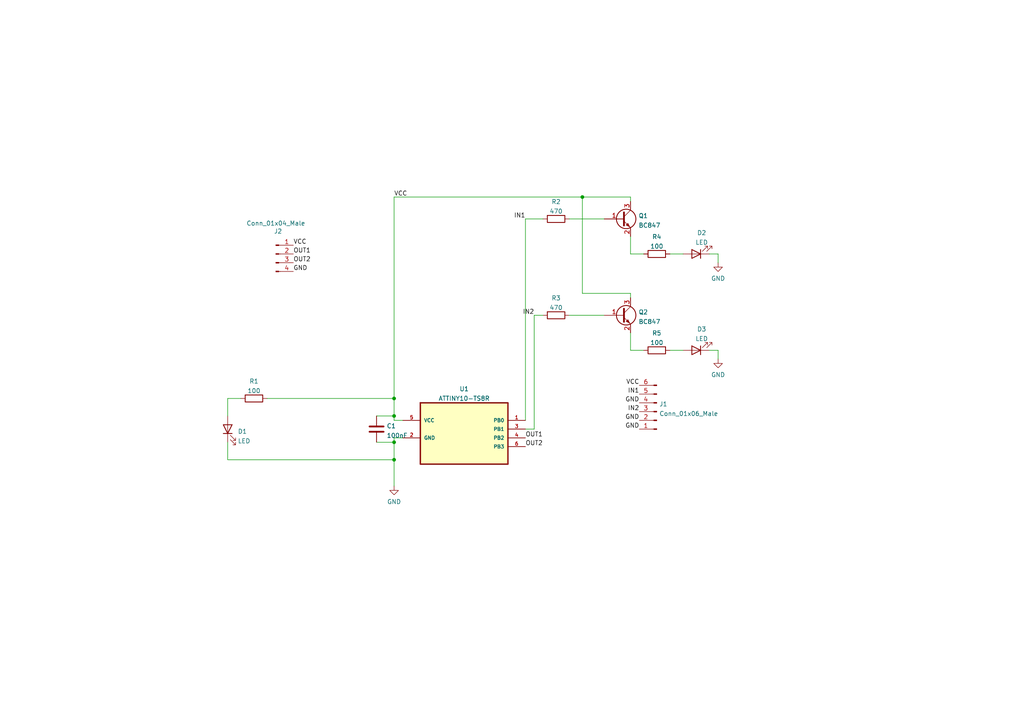
<source format=kicad_sch>
(kicad_sch (version 20211123) (generator eeschema)
  (paper "A4")
  (lib_symbols
    (symbol "Connector:Conn_01x04_Male" (pin_names (offset 1.016) hide)
      (property "Reference" "J" (at 0 5.08 0))
      (property "Value" "Conn_01x04_Male" (at 0 -7.62 0))
      (symbol "Conn_01x04_Male_1_1"
        (polyline (pts (xy 1.27 -5.08) (xy 0.8636 -5.08)) (stroke (width 0.1524)))
        (polyline (pts (xy 1.27 -2.54) (xy 0.8636 -2.54)) (stroke (width 0.1524)))
        (polyline (pts (xy 1.27 0) (xy 0.8636 0)) (stroke (width 0.1524)))
        (polyline (pts (xy 1.27 2.54) (xy 0.8636 2.54)) (stroke (width 0.1524)))
        (rectangle (start 0.8636 -4.953) (end 0 -5.207) (stroke (width 0.1524)) (fill (type outline)))
        (rectangle (start 0.8636 -2.413) (end 0 -2.667) (stroke (width 0.1524)) (fill (type outline)))
        (rectangle (start 0.8636 0.127) (end 0 -0.127) (stroke (width 0.1524)) (fill (type outline)))
        (rectangle (start 0.8636 2.667) (end 0 2.413) (stroke (width 0.1524)) (fill (type outline)))
        (pin passive line (at 5.08 2.54 180) (length 3.81) (name "Pin_1") (number "1"))
        (pin passive line (at 5.08 0 180) (length 3.81) (name "Pin_2") (number "2"))
        (pin passive line (at 5.08 -2.54 180) (length 3.81) (name "Pin_3") (number "3"))
        (pin passive line (at 5.08 -5.08 180) (length 3.81) (name "Pin_4") (number "4"))
      )
    )
    (symbol "Connector:Conn_01x06_Male" (pin_names (offset 1.016) hide)
      (property "Reference" "J" (at 0 7.62 0))
      (property "Value" "Conn_01x06_Male" (at 0 -10.16 0))
      (symbol "Conn_01x06_Male_1_1"
        (polyline (pts (xy 1.27 -7.62) (xy 0.8636 -7.62)) (stroke (width 0.1524)))
        (polyline (pts (xy 1.27 -5.08) (xy 0.8636 -5.08)) (stroke (width 0.1524)))
        (polyline (pts (xy 1.27 -2.54) (xy 0.8636 -2.54)) (stroke (width 0.1524)))
        (polyline (pts (xy 1.27 0) (xy 0.8636 0)) (stroke (width 0.1524)))
        (polyline (pts (xy 1.27 2.54) (xy 0.8636 2.54)) (stroke (width 0.1524)))
        (polyline (pts (xy 1.27 5.08) (xy 0.8636 5.08)) (stroke (width 0.1524)))
        (rectangle (start 0.8636 -7.493) (end 0 -7.747) (stroke (width 0.1524)) (fill (type outline)))
        (rectangle (start 0.8636 -4.953) (end 0 -5.207) (stroke (width 0.1524)) (fill (type outline)))
        (rectangle (start 0.8636 -2.413) (end 0 -2.667) (stroke (width 0.1524)) (fill (type outline)))
        (rectangle (start 0.8636 0.127) (end 0 -0.127) (stroke (width 0.1524)) (fill (type outline)))
        (rectangle (start 0.8636 2.667) (end 0 2.413) (stroke (width 0.1524)) (fill (type outline)))
        (rectangle (start 0.8636 5.207) (end 0 4.953) (stroke (width 0.1524)) (fill (type outline)))
        (pin passive line (at 5.08 5.08 180) (length 3.81) (name "Pin_1") (number "1"))
        (pin passive line (at 5.08 2.54 180) (length 3.81) (name "Pin_2") (number "2"))
        (pin passive line (at 5.08 0 180) (length 3.81) (name "Pin_3") (number "3"))
        (pin passive line (at 5.08 -2.54 180) (length 3.81) (name "Pin_4") (number "4"))
        (pin passive line (at 5.08 -5.08 180) (length 3.81) (name "Pin_5") (number "5"))
        (pin passive line (at 5.08 -7.62 180) (length 3.81) (name "Pin_6") (number "6"))
      )
    )
    (symbol "Device:C" (pin_numbers hide) (pin_names (offset 0.254))
      (property "Reference" "C" (at 0.635 2.54 0))
      (property "Value" "C" (at 0.635 -2.54 0))
      (symbol "C_0_1"
        (polyline (pts (xy -2.032 -0.762) (xy 2.032 -0.762)) (stroke (width 0.508)))
        (polyline (pts (xy -2.032 0.762) (xy 2.032 0.762)) (stroke (width 0.508)))
      )
      (symbol "C_1_1"
        (pin passive line (at 0 3.81 270) (length 2.794) (name "~") (number "1"))
        (pin passive line (at 0 -3.81 90) (length 2.794) (name "~") (number "2"))
      )
    )
    (symbol "Device:LED" (pin_numbers hide) (pin_names (offset 1.016) hide)
      (property "Reference" "D" (at 0 2.54 0))
      (property "Value" "LED" (at 0 -2.54 0))
      (symbol "LED_0_1"
        (polyline (pts (xy -1.27 -1.27) (xy -1.27 1.27)) (stroke (width 0.254)))
        (polyline (pts (xy -1.27 0) (xy 1.27 0)))
        (polyline (pts (xy 1.27 -1.27) (xy 1.27 1.27) (xy -1.27 0) (xy 1.27 -1.27)) (stroke (width 0.254)))
        (polyline (pts (xy -3.048 -0.762) (xy -4.572 -2.286) (xy -3.81 -2.286) (xy -4.572 -2.286) (xy -4.572 -1.524)))
        (polyline (pts (xy -1.778 -0.762) (xy -3.302 -2.286) (xy -2.54 -2.286) (xy -3.302 -2.286) (xy -3.302 -1.524)))
      )
      (symbol "LED_1_1"
        (pin passive line (at -3.81 0 0) (length 2.54) (name "K") (number "1"))
        (pin passive line (at 3.81 0 180) (length 2.54) (name "A") (number "2"))
      )
    )
    (symbol "Device:R" (pin_numbers hide) (pin_names (offset 0))
      (property "Reference" "R" (at 2.032 0 90))
      (property "Value" "R" (at 0 0 90))
      (symbol "R_0_1"
        (rectangle (start -1.016 -2.54) (end 1.016 2.54) (stroke (width 0.254)))
      )
      (symbol "R_1_1"
        (pin passive line (at 0 3.81 270) (length 1.27) (name "~") (number "1"))
        (pin passive line (at 0 -3.81 90) (length 1.27) (name "~") (number "2"))
      )
    )
    (symbol "Transistor_BJT:BC847" (pin_names (offset 0) hide)
      (property "Reference" "Q" (at 5.08 1.905 0))
      (property "Value" "BC847" (at 5.08 0 0))
      (symbol "BC847_0_1"
        (polyline (pts (xy 0.635 0.635) (xy 2.54 2.54)))
        (polyline (pts (xy 0.635 -0.635) (xy 2.54 -2.54) (xy 2.54 -2.54)))
        (polyline (pts (xy 0.635 1.905) (xy 0.635 -1.905) (xy 0.635 -1.905)) (stroke (width 0.508)))
        (polyline (pts (xy 1.27 -1.778) (xy 1.778 -1.27) (xy 2.286 -2.286) (xy 1.27 -1.778) (xy 1.27 -1.778)) (fill (type outline)))
        (circle (center 1.27 0) (radius 2.8194) (stroke (width 0.254)))
      )
      (symbol "BC847_1_1"
        (pin input line (at -5.08 0 0) (length 5.715) (name "B") (number "1"))
        (pin passive line (at 2.54 -5.08 90) (length 2.54) (name "E") (number "2"))
        (pin passive line (at 2.54 5.08 270) (length 2.54) (name "C") (number "3"))
      )
    )
    (symbol "hw_watchdog:ATTINY10-TS8R" (pin_names (offset 1.016))
      (property "Reference" "U" (at -5.8928 7.1882 0))
      (property "Value" "ATTINY10-TS8R" (at -3.8354 -17.1196 0))
      (symbol "ATTINY10-TS8R_0_0"
        (rectangle (start -12.7 -12.7) (end 12.7 5.08) (stroke (width 0.4064)) (fill (type background)))
        (pin bidirectional line (at 17.78 0 180) (length 5.08) (name "PB0") (number "1"))
        (pin passive line (at -17.78 -5.08 0) (length 5.08) (name "GND") (number "2"))
        (pin bidirectional line (at 17.78 -2.54 180) (length 5.08) (name "PB1") (number "3"))
        (pin bidirectional line (at 17.78 -5.08 180) (length 5.08) (name "PB2") (number "4"))
        (pin power_in line (at -17.78 0 0) (length 5.08) (name "VCC") (number "5"))
        (pin bidirectional line (at 17.78 -7.62 180) (length 5.08) (name "PB3") (number "6"))
      )
    )
    (symbol "power:GND" (power) (pin_names (offset 0))
      (property "Value" "GND" (at 0 -3.81 0))
      (symbol "GND_0_1"
        (polyline (pts (xy 0 0) (xy 0 -1.27) (xy 1.27 -1.27) (xy 0 -2.54) (xy -1.27 -1.27) (xy 0 -1.27)))
      )
      (symbol "GND_1_1"
        (pin power_in line (at 0 0 270) (length 0) hide (name "GND") (number "1"))
      )
    )
  )
  (junction (at 168.91 57.15))
  (junction (at 114.3 120.65))
  (junction (at 114.3 115.57))
  (junction (at 114.3 128.27))
  (junction (at 114.3 133.35))
  (wire (pts (xy 165.1 63.5) (xy 175.26 63.5)))
  (wire (pts (xy 66.04 128.27) (xy 66.04 133.35)))
  (wire (pts (xy 182.88 57.15) (xy 182.88 58.42)))
  (wire (pts (xy 168.91 85.09) (xy 168.91 57.15)))
  (wire (pts (xy 165.1 91.44) (xy 175.26 91.44)))
  (wire (pts (xy 194.31 101.6) (xy 198.12 101.6)))
  (wire (pts (xy 168.91 57.15) (xy 182.88 57.15)))
  (wire (pts (xy 109.22 120.65) (xy 114.3 120.65)))
  (wire (pts (xy 182.88 101.6) (xy 186.69 101.6)))
  (wire (pts (xy 66.04 115.57) (xy 69.85 115.57)))
  (wire (pts (xy 114.3 115.57) (xy 114.3 120.65)))
  (wire (pts (xy 154.94 91.44) (xy 157.48 91.44)))
  (wire (pts (xy 205.74 101.6) (xy 208.28 101.6)))
  (wire (pts (xy 66.04 133.35) (xy 114.3 133.35)))
  (wire (pts (xy 109.22 128.27) (xy 114.3 128.27)))
  (wire (pts (xy 182.88 85.09) (xy 168.91 85.09)))
  (wire (pts (xy 114.3 127) (xy 114.3 128.27)))
  (wire (pts (xy 205.74 73.66) (xy 208.28 73.66)))
  (wire (pts (xy 208.28 101.6) (xy 208.28 104.14)))
  (wire (pts (xy 152.4 63.5) (xy 157.48 63.5)))
  (wire (pts (xy 114.3 127) (xy 116.84 127)))
  (wire (pts (xy 154.94 124.46) (xy 152.4 124.46)))
  (wire (pts (xy 114.3 120.65) (xy 114.3 121.92)))
  (wire (pts (xy 182.88 68.58) (xy 182.88 73.66)))
  (wire (pts (xy 152.4 63.5) (xy 152.4 121.92)))
  (wire (pts (xy 208.28 73.66) (xy 208.28 76.2)))
  (wire (pts (xy 66.04 120.65) (xy 66.04 115.57)))
  (wire (pts (xy 114.3 57.15) (xy 168.91 57.15)))
  (wire (pts (xy 182.88 86.36) (xy 182.88 85.09)))
  (wire (pts (xy 114.3 57.15) (xy 114.3 115.57)))
  (wire (pts (xy 182.88 96.52) (xy 182.88 101.6)))
  (wire (pts (xy 182.88 73.66) (xy 186.69 73.66)))
  (wire (pts (xy 114.3 128.27) (xy 114.3 133.35)))
  (wire (pts (xy 114.3 133.35) (xy 114.3 140.97)))
  (wire (pts (xy 194.31 73.66) (xy 198.12 73.66)))
  (wire (pts (xy 114.3 121.92) (xy 116.84 121.92)))
  (wire (pts (xy 77.47 115.57) (xy 114.3 115.57)))
  (wire (pts (xy 154.94 91.44) (xy 154.94 124.46)))
  (label "OUT1" (at 152.4 127 0))
  (label "IN1" (at 152.4 63.5 180))
  (label "GND" (at 185.42 116.84 180))
  (label "IN1" (at 185.42 114.3 180))
  (label "IN2" (at 154.94 91.44 180))
  (label "VCC" (at 185.42 111.76 180))
  (label "IN2" (at 185.42 119.38 180))
  (label "OUT2" (at 152.4 129.54 0))
  (label "VCC" (at 85.09 71.12 0))
  (label "OUT2" (at 85.09 76.2 0))
  (label "GND" (at 185.42 124.46 180))
  (label "OUT1" (at 85.09 73.66 0))
  (label "VCC" (at 114.3 57.15 0))
  (label "GND" (at 185.42 121.92 180))
  (label "GND" (at 85.09 78.74 0))
  (symbol (lib_id "Device:LED") (at 66.04 124.46 90) (unit 1)
    (property "Reference" "D1" (at 68.961 125.139 90) (effects (justify right)))
    (property "Value" "LED" (at 68.961 127.9141 90) (effects (justify right)))
    (property "Footprint" "LED_SMD:LED_1206_3216Metric" (effects hide))
  )
  (symbol (lib_id "power:GND") (at 114.3 140.97 0) (unit 1)
    (property "Reference" "#PWR0101" (effects hide))
    (property "Value" "GND" (at 114.3 145.5325 0))
  )
  (symbol (lib_id "Device:R") (at 190.5 73.66 90) (unit 1)
    (property "Reference" "R4" (at 190.5 68.6775 90))
    (property "Value" "100" (at 190.5 71.4526 90))
    (property "Footprint" "Resistor_SMD:R_1206_3216Metric" (effects hide))
  )
  (symbol (lib_id "Transistor_BJT:BC847") (at 180.34 63.5 0) (unit 1)
    (property "Reference" "Q1" (at 185.1914 62.5915 0) (effects (justify left)))
    (property "Value" "BC847" (at 185.1914 65.3666 0) (effects (justify left)))
    (property "Footprint" "Package_TO_SOT_SMD:SOT-23" (effects hide))
    (property "Datasheet" "http://www.infineon.com/dgdl/Infineon-BC847SERIES_BC848SERIES_BC849SERIES_BC850SERIES-DS-v01_01-en.pdf?fileId=db3a304314dca389011541d4630a1657" (effects hide))
  )
  (symbol (lib_id "power:GND") (at 208.28 76.2 0) (unit 1)
    (property "Reference" "#PWR0102" (effects hide))
    (property "Value" "GND" (at 208.28 80.7625 0))
  )
  (symbol (lib_id "Device:LED") (at 201.93 101.6 180) (unit 1)
    (property "Reference" "D3" (at 203.5175 95.4745 0))
    (property "Value" "LED" (at 203.5175 98.2496 0))
    (property "Footprint" "LED_SMD:LED_1206_3216Metric" (effects hide))
  )
  (symbol (lib_id "hw_watchdog:ATTINY10-TS8R") (at 134.62 121.92 0) (unit 1)
    (property "Reference" "U1" (at 134.62 112.7973 0))
    (property "Value" "ATTINY10-TS8R" (at 134.62 115.5724 0))
    (property "Footprint" "hw_watchdog:ATTiny10-TS8R" (effects hide))
    (property "PACKAGE" "SOT-23-6" (effects hide))
    (property "SUPPLIER" "Atmel" (effects hide))
    (property "OC_NEWARK" "26R5645" (effects hide))
    (property "OC_FARNELL" "1748538" (effects hide))
    (property "MPN" "ATTINY10-TS8R" (effects hide))
  )
  (symbol (lib_id "Device:LED") (at 201.93 73.66 180) (unit 1)
    (property "Reference" "D2" (at 203.5175 67.5345 0))
    (property "Value" "LED" (at 203.5175 70.3096 0))
    (property "Footprint" "LED_SMD:LED_1206_3216Metric" (effects hide))
  )
  (symbol (lib_id "Device:R") (at 73.66 115.57 90) (unit 1)
    (property "Reference" "R1" (at 73.66 110.5875 90))
    (property "Value" "100" (at 73.66 113.3626 90))
    (property "Footprint" "Resistor_SMD:R_1206_3216Metric" (effects hide))
  )
  (symbol (lib_id "Connector:Conn_01x06_Male") (at 190.5 119.38 180) (unit 1)
    (property "Reference" "J1" (at 191.2112 117.2015 0) (effects (justify right)))
    (property "Value" "Conn_01x06_Male" (at 191.2112 119.9766 0) (effects (justify right)))
    (property "Footprint" "Connector_PinHeader_2.54mm:PinHeader_1x06_P2.54mm_Horizontal" (effects hide))
  )
  (symbol (lib_id "power:GND") (at 208.28 104.14 0) (unit 1)
    (property "Reference" "#PWR0103" (effects hide))
    (property "Value" "GND" (at 208.28 108.7025 0))
  )
  (symbol (lib_id "Device:C") (at 109.22 124.46 0) (unit 1)
    (property "Reference" "C1" (at 112.141 123.5515 0) (effects (justify left)))
    (property "Value" "100nF" (at 112.141 126.3266 0) (effects (justify left)))
    (property "Footprint" "Diode_SMD:D_1206_3216Metric" (effects hide))
  )
  (symbol (lib_id "Connector:Conn_01x04_Male") (at 80.01 73.66 0) (unit 1)
    (property "Reference" "J2" (at 80.645 67.0773 0))
    (property "Value" "Conn_01x04_Male" (at 80.01 64.77 0))
    (property "Footprint" "Connector_PinSocket_2.54mm:PinSocket_1x04_P2.54mm_Vertical" (effects hide))
  )
  (symbol (lib_id "Device:R") (at 161.29 91.44 90) (unit 1)
    (property "Reference" "R3" (at 161.29 86.4575 90))
    (property "Value" "470" (at 161.29 89.2326 90))
    (property "Footprint" "Resistor_SMD:R_1206_3216Metric" (effects hide))
  )
  (symbol (lib_id "Device:R") (at 161.29 63.5 90) (unit 1)
    (property "Reference" "R2" (at 161.29 58.5175 90))
    (property "Value" "470" (at 161.29 61.2926 90))
    (property "Footprint" "Resistor_SMD:R_1206_3216Metric" (effects hide))
  )
  (symbol (lib_id "Device:R") (at 190.5 101.6 90) (unit 1)
    (property "Reference" "R5" (at 190.5 96.6175 90))
    (property "Value" "100" (at 190.5 99.3926 90))
    (property "Footprint" "Resistor_SMD:R_1206_3216Metric" (effects hide))
  )
  (symbol (lib_id "Transistor_BJT:BC847") (at 180.34 91.44 0) (unit 1)
    (property "Reference" "Q2" (at 185.1914 90.5315 0) (effects (justify left)))
    (property "Value" "BC847" (at 185.1914 93.3066 0) (effects (justify left)))
    (property "Footprint" "Package_TO_SOT_SMD:SOT-23" (effects hide))
    (property "Datasheet" "http://www.infineon.com/dgdl/Infineon-BC847SERIES_BC848SERIES_BC849SERIES_BC850SERIES-DS-v01_01-en.pdf?fileId=db3a304314dca389011541d4630a1657" (effects hide))
  )
)
</source>
